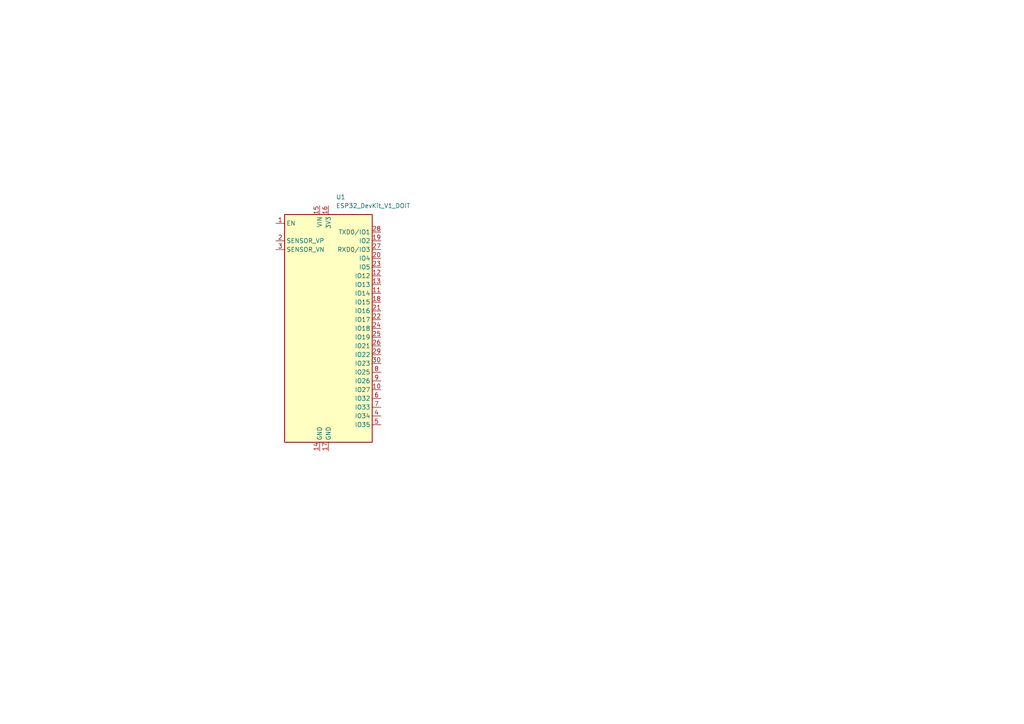
<source format=kicad_sch>
(kicad_sch (version 20231120) (generator "eeschema") (generator_version "8.0")
  (paper "A4")
  (lib_symbols
    (symbol "bzd:ESP32_DevKit_V1_DOIT"
      (property "Reference" "U" (at -11.43 34.29 0))
      (property "Value" "ESP32_DevKit_V1_DOIT" (at 11.43 34.29 0))
      (symbol "ESP32_DevKit_V1_DOIT_1_1"
        (rectangle (start -12.7 33.02) (end 12.7 -33.02) (stroke (width 0.254)) (fill (type background)))
        (pin input line (at -15.24 30.48 0) (length 2.54) (name "EN") (number "1"))
        (pin bidirectional line (at 15.24 -17.78 180) (length 2.54) (name "IO27") (number "10"))
        (pin bidirectional line (at 15.24 10.16 180) (length 2.54) (name "IO14") (number "11"))
        (pin bidirectional line (at 15.24 15.24 180) (length 2.54) (name "IO12") (number "12"))
        (pin bidirectional line (at 15.24 12.7 180) (length 2.54) (name "IO13") (number "13"))
        (pin power_in line (at -2.54 -35.56 90) (length 2.54) (name "GND") (number "14"))
        (pin power_in line (at -2.54 35.56 270) (length 2.54) (name "VIN") (number "15"))
        (pin power_in line (at 0 35.56 270) (length 2.54) (name "3V3") (number "16"))
        (pin power_in line (at 0 -35.56 90) (length 2.54) (name "GND") (number "17"))
        (pin bidirectional line (at 15.24 7.62 180) (length 2.54) (name "IO15") (number "18"))
        (pin bidirectional line (at 15.24 25.4 180) (length 2.54) (name "IO2") (number "19"))
        (pin input line (at -15.24 25.4 0) (length 2.54) (name "SENSOR_VP") (number "2"))
        (pin bidirectional line (at 15.24 20.32 180) (length 2.54) (name "IO4") (number "20"))
        (pin bidirectional line (at 15.24 5.08 180) (length 2.54) (name "IO16") (number "21"))
        (pin bidirectional line (at 15.24 2.54 180) (length 2.54) (name "IO17") (number "22"))
        (pin bidirectional line (at 15.24 17.78 180) (length 2.54) (name "IO5") (number "23"))
        (pin bidirectional line (at 15.24 0 180) (length 2.54) (name "IO18") (number "24"))
        (pin bidirectional line (at 15.24 -2.54 180) (length 2.54) (name "IO19") (number "25"))
        (pin bidirectional line (at 15.24 -5.08 180) (length 2.54) (name "IO21") (number "26"))
        (pin bidirectional line (at 15.24 22.86 180) (length 2.54) (name "RXD0/IO3") (number "27"))
        (pin bidirectional line (at 15.24 27.94 180) (length 2.54) (name "TXD0/IO1") (number "28"))
        (pin bidirectional line (at 15.24 -7.62 180) (length 2.54) (name "IO22") (number "29"))
        (pin input line (at -15.24 22.86 0) (length 2.54) (name "SENSOR_VN") (number "3"))
        (pin bidirectional line (at 15.24 -10.16 180) (length 2.54) (name "IO23") (number "30"))
        (pin input line (at 15.24 -25.4 180) (length 2.54) (name "IO34") (number "4"))
        (pin input line (at 15.24 -27.94 180) (length 2.54) (name "IO35") (number "5"))
        (pin bidirectional line (at 15.24 -20.32 180) (length 2.54) (name "IO32") (number "6"))
        (pin bidirectional line (at 15.24 -22.86 180) (length 2.54) (name "IO33") (number "7"))
        (pin bidirectional line (at 15.24 -12.7 180) (length 2.54) (name "IO25") (number "8"))
        (pin bidirectional line (at 15.24 -15.24 180) (length 2.54) (name "IO26") (number "9"))
      )
    )
  )
  (symbol (lib_id "bzd:ESP32_DevKit_V1_DOIT") (at 95.25 95.25 0) (unit 1)
    (property "Reference" "U1" (at 97.4441 57.15 0) (effects (justify left)))
    (property "Value" "ESP32_DevKit_V1_DOIT" (at 97.4441 59.69 0) (effects (justify left)))
    (property "Footprint" "bzd:esp32_devkit_v1_doit" (effects (hide yes)))
    (property "Datasheet" "https://aliexpress.com/item/32864722159.html" (effects (hide yes)))
    (property "Description" "32-bit microcontroller module with WiFi and Bluetooth" (effects (hide yes)))
  )
)
</source>
